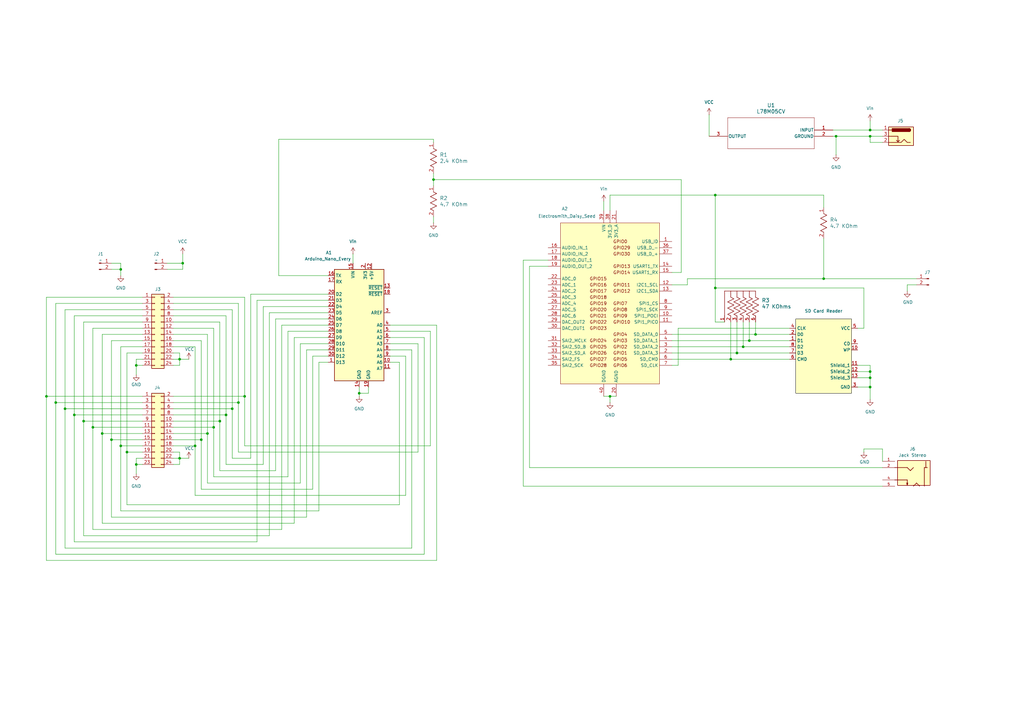
<source format=kicad_sch>
(kicad_sch (version 20231120) (generator "eeschema") (generator_version "8.0")
  (paper "A3")
  (title_block (title "MAGIC KEYS MAIN BOARD") (date "2024-12-24") (rev "V1"))
  (lib_symbols
    (symbol "2025-01-10_20-55-13:4606X-101-473LF" (pin_names (offset 0.254))
      (property "Reference" "R" (at 1.905 8.255 0))
      (property "Value" "4606X-101-473LF" (at 1.905 5.08 0))
      (symbol "4606X-101-473LF_0_1"
        (polyline (pts (xy 0 2.54) (xy 0 12.7)) (stroke (width 0.2032)))
        (polyline (pts (xy 0 12.7) (xy 12.7 12.7)) (stroke (width 0.2032)))
        (polyline (pts (xy 1.27 3.175) (xy 2.54 2.54)) (stroke (width 0.2032)))
        (polyline (pts (xy 1.27 5.715) (xy 3.81 4.445)) (stroke (width 0.2032)))
        (polyline (pts (xy 1.27 8.255) (xy 3.81 6.985)) (stroke (width 0.2032)))
        (polyline (pts (xy 2.54 10.16) (xy 3.81 9.525)) (stroke (width 0.2032)))
        (polyline (pts (xy 2.54 12.7) (xy 2.54 10.16)) (stroke (width 0.2032)))
        (polyline (pts (xy 3.81 3.175) (xy 5.08 2.54)) (stroke (width 0.2032)))
        (polyline (pts (xy 3.81 4.445) (xy 1.27 3.175)) (stroke (width 0.2032)))
        (polyline (pts (xy 3.81 5.715) (xy 6.35 4.445)) (stroke (width 0.2032)))
        (polyline (pts (xy 3.81 6.985) (xy 1.27 5.715)) (stroke (width 0.2032)))
        (polyline (pts (xy 3.81 8.255) (xy 6.35 6.985)) (stroke (width 0.2032)))
        (polyline (pts (xy 3.81 9.525) (xy 1.27 8.255)) (stroke (width 0.2032)))
        (polyline (pts (xy 5.08 10.16) (xy 6.35 9.525)) (stroke (width 0.2032)))
        (polyline (pts (xy 5.08 12.7) (xy 5.08 10.16)) (stroke (width 0.2032)))
        (polyline (pts (xy 6.35 3.175) (xy 7.62 2.54)) (stroke (width 0.2032)))
        (polyline (pts (xy 6.35 4.445) (xy 3.81 3.175)) (stroke (width 0.2032)))
        (polyline (pts (xy 6.35 5.715) (xy 8.89 4.445)) (stroke (width 0.2032)))
        (polyline (pts (xy 6.35 6.985) (xy 3.81 5.715)) (stroke (width 0.2032)))
        (polyline (pts (xy 6.35 8.255) (xy 8.89 6.985)) (stroke (width 0.2032)))
        (polyline (pts (xy 6.35 9.525) (xy 3.81 8.255)) (stroke (width 0.2032)))
        (polyline (pts (xy 7.62 10.16) (xy 8.89 9.525)) (stroke (width 0.2032)))
        (polyline (pts (xy 7.62 12.7) (xy 7.62 10.16)) (stroke (width 0.2032)))
        (polyline (pts (xy 8.89 3.175) (xy 10.16 2.54)) (stroke (width 0.2032)))
        (polyline (pts (xy 8.89 4.445) (xy 6.35 3.175)) (stroke (width 0.2032)))
        (polyline (pts (xy 8.89 5.715) (xy 11.43 4.445)) (stroke (width 0.2032)))
        (polyline (pts (xy 8.89 6.985) (xy 6.35 5.715)) (stroke (width 0.2032)))
        (polyline (pts (xy 8.89 8.255) (xy 11.43 6.985)) (stroke (width 0.2032)))
        (polyline (pts (xy 8.89 9.525) (xy 6.35 8.255)) (stroke (width 0.2032)))
        (polyline (pts (xy 10.16 10.16) (xy 11.43 9.525)) (stroke (width 0.2032)))
        (polyline (pts (xy 10.16 12.7) (xy 10.16 10.16)) (stroke (width 0.2032)))
        (polyline (pts (xy 11.43 3.175) (xy 12.7 2.54)) (stroke (width 0.2032)))
        (polyline (pts (xy 11.43 4.445) (xy 8.89 3.175)) (stroke (width 0.2032)))
        (polyline (pts (xy 11.43 5.715) (xy 13.97 4.445)) (stroke (width 0.2032)))
        (polyline (pts (xy 11.43 6.985) (xy 8.89 5.715)) (stroke (width 0.2032)))
        (polyline (pts (xy 11.43 8.255) (xy 13.97 6.985)) (stroke (width 0.2032)))
        (polyline (pts (xy 11.43 9.525) (xy 8.89 8.255)) (stroke (width 0.2032)))
        (polyline (pts (xy 12.7 10.16) (xy 13.97 9.525)) (stroke (width 0.2032)))
        (polyline (pts (xy 12.7 12.7) (xy 12.7 10.16)) (stroke (width 0.2032)))
        (polyline (pts (xy 13.97 4.445) (xy 11.43 3.175)) (stroke (width 0.2032)))
        (polyline (pts (xy 13.97 6.985) (xy 11.43 5.715)) (stroke (width 0.2032)))
        (polyline (pts (xy 13.97 9.525) (xy 11.43 8.255)) (stroke (width 0.2032)))
        (pin unspecified line (at 0 0 90) (length 2.54) (name "") (number "1"))
        (pin unspecified line (at 2.54 0 90) (length 2.54) (name "") (number "2"))
        (pin unspecified line (at 5.08 0 90) (length 2.54) (name "") (number "3"))
        (pin unspecified line (at 7.62 0 90) (length 2.54) (name "") (number "4"))
        (pin unspecified line (at 10.16 0 90) (length 2.54) (name "") (number "5"))
        (pin unspecified line (at 12.7 0 90) (length 2.54) (name "") (number "6"))
      )
    )
    (symbol "Connector:Conn_01x02_Pin" (pin_names (offset 1.016) hide)
      (property "Reference" "J" (at 0 2.54 0))
      (property "Value" "Conn_01x02_Pin" (at 0 -5.08 0))
      (symbol "Conn_01x02_Pin_1_1"
        (polyline (pts (xy 1.27 -2.54) (xy 0.8636 -2.54)) (stroke (width 0.1524)))
        (polyline (pts (xy 1.27 0) (xy 0.8636 0)) (stroke (width 0.1524)))
        (rectangle (start 0.8636 -2.413) (end 0 -2.667) (stroke (width 0.1524)) (fill (type outline)))
        (rectangle (start 0.8636 0.127) (end 0 -0.127) (stroke (width 0.1524)) (fill (type outline)))
        (pin passive line (at 5.08 0 180) (length 3.81) (name "Pin_1") (number "1"))
        (pin passive line (at 5.08 -2.54 180) (length 3.81) (name "Pin_2") (number "2"))
      )
    )
    (symbol "Connector_Generic:Conn_02x12_Odd_Even" (pin_names (offset 1.016) hide)
      (property "Reference" "J" (at 1.27 15.24 0))
      (property "Value" "Conn_02x12_Odd_Even" (at 1.27 -17.78 0))
      (symbol "Conn_02x12_Odd_Even_1_1"
        (rectangle (start -1.27 -15.113) (end 0 -15.367) (stroke (width 0.1524)))
        (rectangle (start -1.27 -12.573) (end 0 -12.827) (stroke (width 0.1524)))
        (rectangle (start -1.27 -10.033) (end 0 -10.287) (stroke (width 0.1524)))
        (rectangle (start -1.27 -7.493) (end 0 -7.747) (stroke (width 0.1524)))
        (rectangle (start -1.27 -4.953) (end 0 -5.207) (stroke (width 0.1524)))
        (rectangle (start -1.27 -2.413) (end 0 -2.667) (stroke (width 0.1524)))
        (rectangle (start -1.27 0.127) (end 0 -0.127) (stroke (width 0.1524)))
        (rectangle (start -1.27 2.667) (end 0 2.413) (stroke (width 0.1524)))
        (rectangle (start -1.27 5.207) (end 0 4.953) (stroke (width 0.1524)))
        (rectangle (start -1.27 7.747) (end 0 7.493) (stroke (width 0.1524)))
        (rectangle (start -1.27 10.287) (end 0 10.033) (stroke (width 0.1524)))
        (rectangle (start -1.27 12.827) (end 0 12.573) (stroke (width 0.1524)))
        (rectangle (start -1.27 13.97) (end 3.81 -16.51) (stroke (width 0.254)) (fill (type background)))
        (rectangle (start 3.81 -15.113) (end 2.54 -15.367) (stroke (width 0.1524)))
        (rectangle (start 3.81 -12.573) (end 2.54 -12.827) (stroke (width 0.1524)))
        (rectangle (start 3.81 -10.033) (end 2.54 -10.287) (stroke (width 0.1524)))
        (rectangle (start 3.81 -7.493) (end 2.54 -7.747) (stroke (width 0.1524)))
        (rectangle (start 3.81 -4.953) (end 2.54 -5.207) (stroke (width 0.1524)))
        (rectangle (start 3.81 -2.413) (end 2.54 -2.667) (stroke (width 0.1524)))
        (rectangle (start 3.81 0.127) (end 2.54 -0.127) (stroke (width 0.1524)))
        (rectangle (start 3.81 2.667) (end 2.54 2.413) (stroke (width 0.1524)))
        (rectangle (start 3.81 5.207) (end 2.54 4.953) (stroke (width 0.1524)))
        (rectangle (start 3.81 7.747) (end 2.54 7.493) (stroke (width 0.1524)))
        (rectangle (start 3.81 10.287) (end 2.54 10.033) (stroke (width 0.1524)))
        (rectangle (start 3.81 12.827) (end 2.54 12.573) (stroke (width 0.1524)))
        (pin passive line (at -5.08 12.7 0) (length 3.81) (name "Pin_1") (number "1"))
        (pin passive line (at 7.62 2.54 180) (length 3.81) (name "Pin_10") (number "10"))
        (pin passive line (at -5.08 0 0) (length 3.81) (name "Pin_11") (number "11"))
        (pin passive line (at 7.62 0 180) (length 3.81) (name "Pin_12") (number "12"))
        (pin passive line (at -5.08 -2.54 0) (length 3.81) (name "Pin_13") (number "13"))
        (pin passive line (at 7.62 -2.54 180) (length 3.81) (name "Pin_14") (number "14"))
        (pin passive line (at -5.08 -5.08 0) (length 3.81) (name "Pin_15") (number "15"))
        (pin passive line (at 7.62 -5.08 180) (length 3.81) (name "Pin_16") (number "16"))
        (pin passive line (at -5.08 -7.62 0) (length 3.81) (name "Pin_17") (number "17"))
        (pin passive line (at 7.62 -7.62 180) (length 3.81) (name "Pin_18") (number "18"))
        (pin passive line (at -5.08 -10.16 0) (length 3.81) (name "Pin_19") (number "19"))
        (pin passive line (at 7.62 12.7 180) (length 3.81) (name "Pin_2") (number "2"))
        (pin passive line (at 7.62 -10.16 180) (length 3.81) (name "Pin_20") (number "20"))
        (pin passive line (at -5.08 -12.7 0) (length 3.81) (name "Pin_21") (number "21"))
        (pin passive line (at 7.62 -12.7 180) (length 3.81) (name "Pin_22") (number "22"))
        (pin passive line (at -5.08 -15.24 0) (length 3.81) (name "Pin_23") (number "23"))
        (pin passive line (at 7.62 -15.24 180) (length 3.81) (name "Pin_24") (number "24"))
        (pin passive line (at -5.08 10.16 0) (length 3.81) (name "Pin_3") (number "3"))
        (pin passive line (at 7.62 10.16 180) (length 3.81) (name "Pin_4") (number "4"))
        (pin passive line (at -5.08 7.62 0) (length 3.81) (name "Pin_5") (number "5"))
        (pin passive line (at 7.62 7.62 180) (length 3.81) (name "Pin_6") (number "6"))
        (pin passive line (at -5.08 5.08 0) (length 3.81) (name "Pin_7") (number "7"))
        (pin passive line (at 7.62 5.08 180) (length 3.81) (name "Pin_8") (number "8"))
        (pin passive line (at -5.08 2.54 0) (length 3.81) (name "Pin_9") (number "9"))
      )
    )
    (symbol "MCU_Module:Arduino_Nano_Every"
      (property "Reference" "A1" (at -15.24 29.718 0))
      (property "Value" "Arduino_Nano_Every" (at -23.876 27.178 0))
      (symbol "Arduino_Nano_Every_0_1"
        (rectangle (start -10.16 22.86) (end 10.16 -22.86) (stroke (width 0.254)) (fill (type background)))
      )
      (symbol "Arduino_Nano_Every_1_1"
        (pin bidirectional line (at -12.7 -15.24 0) (length 2.54) (name "D13") (number "1"))
        (pin bidirectional line (at 12.7 -15.24 180) (length 2.54) (name "A6") (number "10"))
        (pin bidirectional line (at 12.7 -17.78 180) (length 2.54) (name "A7") (number "11"))
        (pin power_out line (at 5.08 25.4 270) (length 2.54) (name "+5V") (number "12"))
        (pin input line (at 12.7 15.24 180) (length 2.54) (name "~{RESET}") (number "13"))
        (pin power_in line (at 0 -25.4 90) (length 2.54) (name "GND") (number "14"))
        (pin power_in line (at -2.54 25.4 270) (length 2.54) (name "VIN") (number "15"))
        (pin bidirectional line (at -12.7 20.32 0) (length 2.54) (name "TX") (number "16"))
        (pin bidirectional line (at -12.7 17.78 0) (length 2.54) (name "RX") (number "17"))
        (pin input line (at 12.7 12.7 180) (length 2.54) (name "~{RESET}") (number "18"))
        (pin power_in line (at 3.81 -25.4 90) (length 2.54) (name "GND") (number "19"))
        (pin power_out line (at 2.54 25.4 270) (length 2.54) (name "3V3") (number "2"))
        (pin bidirectional line (at -12.7 12.7 0) (length 2.54) (name "D2") (number "20"))
        (pin bidirectional line (at -12.7 10.16 0) (length 2.54) (name "D3") (number "21"))
        (pin bidirectional line (at -12.7 7.62 0) (length 2.54) (name "D4") (number "22"))
        (pin bidirectional line (at -12.7 5.08 0) (length 2.54) (name "D5") (number "23"))
        (pin bidirectional line (at -12.7 2.54 0) (length 2.54) (name "D6") (number "24"))
        (pin bidirectional line (at -12.7 0 0) (length 2.54) (name "D7") (number "25"))
        (pin bidirectional line (at -12.7 -2.54 0) (length 2.54) (name "D8") (number "26"))
        (pin bidirectional line (at -12.7 -5.08 0) (length 2.54) (name "D9") (number "27"))
        (pin bidirectional line (at -12.7 -7.62 0) (length 2.54) (name "D10") (number "28"))
        (pin bidirectional line (at -12.7 -10.16 0) (length 2.54) (name "D11") (number "29"))
        (pin input line (at 12.7 5.08 180) (length 2.54) (name "AREF") (number "3"))
        (pin bidirectional line (at -12.7 -12.7 0) (length 2.54) (name "D12") (number "30"))
        (pin bidirectional line (at 12.7 0 180) (length 2.54) (name "A0") (number "4"))
        (pin bidirectional line (at 12.7 -2.54 180) (length 2.54) (name "A1") (number "5"))
        (pin bidirectional line (at 12.7 -5.08 180) (length 2.54) (name "A2") (number "6"))
        (pin bidirectional line (at 12.7 -7.62 180) (length 2.54) (name "A3") (number "7"))
        (pin bidirectional line (at 12.7 -10.16 180) (length 2.54) (name "A4") (number "8"))
        (pin bidirectional line (at 12.7 -12.7 180) (length 2.54) (name "A5") (number "9"))
      )
    )
    (symbol "MCU_Module:Electrosmith_Daisy_Seed_Rev4"
      (property "Reference" "A" (at -20.32 34.29 0))
      (property "Value" "Electrosmith_Daisy_Seed_Rev4" (at 33.02 34.29 0))
      (symbol "Electrosmith_Daisy_Seed_Rev4_0_0"
        (text "GPIO0" (at 1.27 25.4 0) (effects (font (size 1.27 1.27)) (justify left)))
        (text "GPIO1" (at 1.27 -20.32 0) (effects (font (size 1.27 1.27)) (justify left)))
        (text "GPIO10" (at 1.27 -7.62 0) (effects (font (size 1.27 1.27)) (justify left)))
        (text "GPIO11" (at 1.27 7.62 0) (effects (font (size 1.27 1.27)) (justify left)))
        (text "GPIO12" (at 1.27 5.08 0) (effects (font (size 1.27 1.27)) (justify left)))
        (text "GPIO13" (at 1.27 15.24 0) (effects (font (size 1.27 1.27)) (justify left)))
        (text "GPIO14" (at 1.27 12.7 0) (effects (font (size 1.27 1.27)) (justify left)))
        (text "GPIO15" (at -1.27 10.16 0) (effects (font (size 1.27 1.27)) (justify right)))
        (text "GPIO16" (at -1.27 7.62 0) (effects (font (size 1.27 1.27)) (justify right)))
        (text "GPIO17" (at -1.27 5.08 0) (effects (font (size 1.27 1.27)) (justify right)))
        (text "GPIO18" (at -1.27 2.54 0) (effects (font (size 1.27 1.27)) (justify right)))
        (text "GPIO19" (at -1.27 0 0) (effects (font (size 1.27 1.27)) (justify right)))
        (text "GPIO2" (at 1.27 -17.78 0) (effects (font (size 1.27 1.27)) (justify left)))
        (text "GPIO20" (at -1.27 -2.54 0) (effects (font (size 1.27 1.27)) (justify right)))
        (text "GPIO21" (at -1.27 -5.08 0) (effects (font (size 1.27 1.27)) (justify right)))
        (text "GPIO22" (at -1.27 -7.62 0) (effects (font (size 1.27 1.27)) (justify right)))
        (text "GPIO23" (at -1.27 -10.16 0) (effects (font (size 1.27 1.27)) (justify right)))
        (text "GPIO24" (at -1.27 -15.24 0) (effects (font (size 1.27 1.27)) (justify right)))
        (text "GPIO25" (at -1.27 -17.78 0) (effects (font (size 1.27 1.27)) (justify right)))
        (text "GPIO26" (at -1.27 -20.32 0) (effects (font (size 1.27 1.27)) (justify right)))
        (text "GPIO27" (at -1.27 -22.86 0) (effects (font (size 1.27 1.27)) (justify right)))
        (text "GPIO28" (at -1.27 -25.4 0) (effects (font (size 1.27 1.27)) (justify right)))
        (text "GPIO29" (at 1.27 22.86 0) (effects (font (size 1.27 1.27)) (justify left)))
        (text "GPIO3" (at 1.27 -15.24 0) (effects (font (size 1.27 1.27)) (justify left)))
        (text "GPIO30" (at 1.27 20.32 0) (effects (font (size 1.27 1.27)) (justify left)))
        (text "GPIO4" (at 1.27 -12.7 0) (effects (font (size 1.27 1.27)) (justify left)))
        (text "GPIO5" (at 1.27 -22.86 0) (effects (font (size 1.27 1.27)) (justify left)))
        (text "GPIO6" (at 1.27 -25.4 0) (effects (font (size 1.27 1.27)) (justify left)))
        (text "GPIO7" (at 1.27 0 0) (effects (font (size 1.27 1.27)) (justify left)))
        (text "GPIO8" (at 1.27 -2.54 0) (effects (font (size 1.27 1.27)) (justify left)))
        (text "GPIO9" (at 1.27 -5.08 0) (effects (font (size 1.27 1.27)) (justify left)))
        (pin bidirectional line (at 25.4 25.4 180) (length 5.08) (name "USB_ID") (number "1"))
        (pin bidirectional line (at 25.4 -5.08 180) (length 5.08) (name "SPI1_POCI") (number "10"))
        (pin bidirectional line (at 25.4 -7.62 180) (length 5.08) (name "SPI1_PICO") (number "11"))
        (pin bidirectional line (at 25.4 7.62 180) (length 5.08) (name "I2C1_SCL") (number "12"))
        (pin bidirectional line (at 25.4 5.08 180) (length 5.08) (name "I2C1_SDA") (number "13"))
        (pin bidirectional line (at 25.4 15.24 180) (length 5.08) (name "USART1_TX") (number "14"))
        (pin bidirectional line (at 25.4 12.7 180) (length 5.08) (name "USART1_RX") (number "15"))
        (pin input line (at -25.4 22.86 0) (length 5.08) (name "AUDIO_IN_1") (number "16"))
        (pin input line (at -25.4 20.32 0) (length 5.08) (name "AUDIO_IN_2") (number "17"))
        (pin output line (at -25.4 17.78 0) (length 5.08) (name "AUDIO_OUT_1") (number "18"))
        (pin output line (at -25.4 15.24 0) (length 5.08) (name "AUDIO_OUT_2") (number "19"))
        (pin bidirectional line (at 25.4 -20.32 180) (length 5.08) (name "SD_DATA_3") (number "2"))
        (pin power_in line (at 2.54 -38.1 90) (length 5.08) (name "AGND") (number "20"))
        (pin power_out line (at 2.54 38.1 270) (length 5.08) (name "3V3_A") (number "21"))
        (pin bidirectional line (at -25.4 10.16 0) (length 5.08) (name "ADC_0") (number "22"))
        (pin bidirectional line (at -25.4 7.62 0) (length 5.08) (name "ADC_1") (number "23"))
        (pin bidirectional line (at -25.4 5.08 0) (length 5.08) (name "ADC_2") (number "24"))
        (pin bidirectional line (at -25.4 2.54 0) (length 5.08) (name "ADC_3") (number "25"))
        (pin bidirectional line (at -25.4 0 0) (length 5.08) (name "ADC_4") (number "26"))
        (pin bidirectional line (at -25.4 -2.54 0) (length 5.08) (name "ADC_5") (number "27"))
        (pin bidirectional line (at -25.4 -5.08 0) (length 5.08) (name "ADC_6") (number "28"))
        (pin bidirectional line (at -25.4 -7.62 0) (length 5.08) (name "DAC_OUT2") (number "29"))
        (pin bidirectional line (at 25.4 -17.78 180) (length 5.08) (name "SD_DATA_2") (number "3"))
        (pin bidirectional line (at -25.4 -10.16 0) (length 5.08) (name "DAC_OUT1") (number "30"))
        (pin bidirectional line (at -25.4 -15.24 0) (length 5.08) (name "SAI2_MCLK") (number "31"))
        (pin bidirectional line (at -25.4 -17.78 0) (length 5.08) (name "SAI2_SD_B") (number "32"))
        (pin bidirectional line (at -25.4 -20.32 0) (length 5.08) (name "SAI2_SD_A") (number "33"))
        (pin bidirectional line (at -25.4 -22.86 0) (length 5.08) (name "SAI2_FS") (number "34"))
        (pin bidirectional line (at -25.4 -25.4 0) (length 5.08) (name "SAI2_SCK") (number "35"))
        (pin bidirectional line (at 25.4 22.86 180) (length 5.08) (name "USB_D_-") (number "36"))
        (pin bidirectional line (at 25.4 20.32 180) (length 5.08) (name "USB_D_+") (number "37"))
        (pin power_out line (at 0 38.1 270) (length 5.08) (name "3V3_D") (number "38"))
        (pin power_in line (at -2.54 38.1 270) (length 5.08) (name "VIN") (number "39"))
        (pin bidirectional line (at 25.4 -15.24 180) (length 5.08) (name "SD_DATA_1") (number "4"))
        (pin power_in line (at -2.54 -38.1 90) (length 5.08) (name "DGND") (number "40"))
        (pin bidirectional line (at 25.4 -12.7 180) (length 5.08) (name "SD_DATA_0") (number "5"))
        (pin bidirectional line (at 25.4 -22.86 180) (length 5.08) (name "SD_CMD") (number "6"))
        (pin bidirectional line (at 25.4 -25.4 180) (length 5.08) (name "SD_CLK") (number "7"))
        (pin bidirectional line (at 25.4 0 180) (length 5.08) (name "SPI1_CS") (number "8"))
        (pin bidirectional line (at 25.4 -2.54 180) (length 5.08) (name "SPI1_SCK") (number "9"))
      )
      (symbol "Electrosmith_Daisy_Seed_Rev4_0_1"
        (rectangle (start -20.32 33.02) (end 20.32 -33.02) (fill (type background)))
      )
    )
    (symbol "Piano_Library:Barrel_Jack_Switch_Pin2Ring" (pin_names hide)
      (property "Reference" "J" (at 0 5.334 0))
      (property "Value" "Barrel_Jack_Switch_Pin2Ring" (at 0 -5.08 0))
      (symbol "Barrel_Jack_Switch_Pin2Ring_0_1"
        (rectangle (start -5.08 3.81) (end 5.08 -3.81) (stroke (width 0.254)) (fill (type background)))
        (arc (start -3.302 3.175) (mid -3.9343 2.54) (end -3.302 1.905) (stroke (width 0.254)))
        (arc (start -3.302 3.175) (mid -3.9343 2.54) (end -3.302 1.905) (stroke (width 0.254)) (fill (type outline)))
        (polyline (pts (xy 1.27 -2.286) (xy 1.905 -1.651)) (stroke (width 0.254)))
        (polyline (pts (xy 5.08 2.54) (xy 3.81 2.54)) (stroke (width 0.254)))
        (polyline (pts (xy 5.08 0) (xy 1.27 0) (xy 1.27 -2.286) (xy 0.635 -1.651)) (stroke (width 0.254)))
        (polyline (pts (xy -3.81 -2.54) (xy -2.54 -2.54) (xy -1.27 -1.27) (xy 0 -2.54) (xy 2.54 -2.54) (xy 5.08 -2.54)) (stroke (width 0.254)))
        (rectangle (start 3.683 3.175) (end -3.302 1.905) (stroke (width 0.254)) (fill (type outline)))
      )
      (symbol "Barrel_Jack_Switch_Pin2Ring_1_1"
        (pin passive line (at 7.62 2.54 180) (length 2.54) (name "~") (number "1"))
        (pin passive line (at 7.62 -2.54 180) (length 2.54) (name "~") (number "2"))
        (pin passive line (at 7.62 0 180) (length 2.54) (name "~") (number "3"))
      )
    )
    (symbol "Piano_Library:CF14JT4K70" (pin_names (offset 0.254))
      (property "Reference" "R" (at 5.715 3.81 0))
      (property "Value" "CF14JT4K70" (at 6.35 -3.81 0))
      (symbol "CF14JT4K70_1_1"
        (polyline (pts (xy 2.54 0) (xy 3.175 1.27)) (stroke (width 0.2032)))
        (polyline (pts (xy 3.175 1.27) (xy 4.445 -1.27)) (stroke (width 0.2032)))
        (polyline (pts (xy 4.445 -1.27) (xy 5.715 1.27)) (stroke (width 0.2032)))
        (polyline (pts (xy 5.715 1.27) (xy 6.985 -1.27)) (stroke (width 0.2032)))
        (polyline (pts (xy 6.985 -1.27) (xy 8.255 1.27)) (stroke (width 0.2032)))
        (polyline (pts (xy 8.255 1.27) (xy 9.525 -1.27)) (stroke (width 0.2032)))
        (polyline (pts (xy 9.525 -1.27) (xy 10.16 0)) (stroke (width 0.2032)))
        (pin unspecified line (at 0 0 0) (length 2.54) (name "") (number "1"))
        (pin unspecified line (at 12.7 0 180) (length 2.54) (name "") (number "2"))
      )
      (symbol "CF14JT4K70_1_2"
        (polyline (pts (xy -1.27 3.175) (xy 1.27 4.445)) (stroke (width 0.2032)))
        (polyline (pts (xy -1.27 5.715) (xy 1.27 6.985)) (stroke (width 0.2032)))
        (polyline (pts (xy -1.27 8.255) (xy 1.27 9.525)) (stroke (width 0.2032)))
        (polyline (pts (xy 0 2.54) (xy -1.27 3.175)) (stroke (width 0.2032)))
        (polyline (pts (xy 1.27 4.445) (xy -1.27 5.715)) (stroke (width 0.2032)))
        (polyline (pts (xy 1.27 6.985) (xy -1.27 8.255)) (stroke (width 0.2032)))
        (polyline (pts (xy 1.27 9.525) (xy 0 10.16)) (stroke (width 0.2032)))
        (pin unspecified line (at 0 12.7 270) (length 2.54) (name "") (number "1"))
        (pin unspecified line (at 0 0 90) (length 2.54) (name "") (number "2"))
      )
    )
    (symbol "Piano_Library:L78M05CV" (pin_names (offset 0.254))
      (property "Reference" "U" (at 25.4 10.16 0))
      (property "Value" "L78M05CV" (at 25.4 7.62 0))
      (symbol "L78M05CV_0_1"
        (polyline (pts (xy 7.62 -7.62) (xy 43.18 -7.62)) (stroke (width 0.127)))
        (polyline (pts (xy 7.62 5.08) (xy 7.62 -7.62)) (stroke (width 0.127)))
        (polyline (pts (xy 43.18 -7.62) (xy 43.18 5.08)) (stroke (width 0.127)))
        (polyline (pts (xy 43.18 5.08) (xy 7.62 5.08)) (stroke (width 0.127)))
        (pin input line (at 0 0 0) (length 7.62) (name "INPUT") (number "1"))
        (pin power_out line (at 0 -2.54 0) (length 7.62) (name "GROUND") (number "2"))
        (pin output line (at 50.8 -2.54 180) (length 7.62) (name "OUTPUT") (number "3"))
      )
    )
    (symbol "Piano_Library:SD_CARD_READER_BREAKOUT_BOARD"
      (property "Value" "SD Card Reader" (at 0 17.78 0))
      (symbol "SD_CARD_READER_BREAKOUT_BOARD_0_1"
        (polyline (pts (xy -39.37 33.02) (xy -39.37 33.02)))
        (polyline (pts (xy 3.81 29.21) (xy 3.81 29.21)))
        (polyline (pts (xy 15.24 27.94) (xy 15.24 27.94)))
      )
      (symbol "SD_CARD_READER_BREAKOUT_BOARD_1_1"
        (rectangle (start -11.43 15.24) (end 11.43 -15.24) (stroke (width 0) (color 0 0 0 1)) (fill (type background)))
        (pin bidirectional line (at -13.97 6.35 0) (length 2.54) (name "D1") (number "1"))
        (pin output line (at 13.97 2.54 180) (length 2.54) (name "WP") (number "10"))
        (pin passive line (at 13.97 -3.81 180) (length 2.54) (name "Shield_1") (number "11"))
        (pin passive line (at 13.97 -6.35 180) (length 2.54) (name "Shield_2") (number "12"))
        (pin passive line (at 13.97 -8.89 180) (length 2.54) (name "Shield_3") (number "13"))
        (pin bidirectional line (at -13.97 8.89 0) (length 2.54) (name "D0") (number "2"))
        (pin power_in line (at 13.97 -12.7 180) (length 2.54) (name "GND") (number "3"))
        (pin input line (at -13.97 11.43 0) (length 2.54) (name "CLK") (number "4"))
        (pin power_in line (at 13.97 11.43 180) (length 2.54) (name "VCC") (number "5"))
        (pin input line (at -13.97 -1.27 0) (length 2.54) (name "CMD") (number "6"))
        (pin bidirectional line (at -13.97 1.27 0) (length 2.54) (name "D3") (number "7"))
        (pin bidirectional line (at -13.97 3.81 0) (length 2.54) (name "D2") (number "8"))
        (pin output line (at 13.97 5.08 180) (length 2.54) (name "CD") (number "9"))
      )
    )
    (symbol "Piano_Library:SJ3-35083C-TR" (pin_names (offset 1.016))
      (property "Reference" "J" (at -7.62 5.842 0))
      (property "Value" "SJ3-35083C-TR" (at -7.62 -7.62 0))
      (symbol "SJ3-35083C-TR_0_0"
        (rectangle (start -9.3732 -4.7487) (end 3.9618 5.4113) (stroke (width 0.254)) (fill (type background)))
        (polyline (pts (xy -8.255 2.54) (xy -7.62 2.54)) (stroke (width 0.254)))
        (polyline (pts (xy -7.62 2.54) (xy -6.985 2.54)) (stroke (width 0.254)))
        (polyline (pts (xy -7.62 5.08) (xy -7.62 2.54)) (stroke (width 0.254)))
        (polyline (pts (xy -6.985 2.54) (xy -6.985 -5.08)) (stroke (width 0.254)))
        (polyline (pts (xy -5.08 -5.08) (xy -3.81 -3.81)) (stroke (width 0.254)))
        (polyline (pts (xy -3.81 -3.81) (xy -2.54 -5.08)) (stroke (width 0.254)))
        (polyline (pts (xy -2.54 2.54) (xy -1.27 1.27)) (stroke (width 0.254)))
        (polyline (pts (xy -1.27 1.27) (xy 0 2.54)) (stroke (width 0.254)))
        (polyline (pts (xy 0 -2.54) (xy 0 -3.81)) (stroke (width 0.254)))
        (polyline (pts (xy 0 -2.54) (xy 5.08 -2.54)) (stroke (width 0.254)))
        (polyline (pts (xy 0 2.54) (xy 5.08 2.54)) (stroke (width 0.254)))
        (polyline (pts (xy 0 -4.826) (xy 0.254 -3.81) (xy -0.254 -3.81) (xy 0 -4.826)) (stroke (width 0.254)) (fill (type outline)))
        (pin passive line (at 10.16 5.08 180) (length 5.08) (name "~") (number "1"))
        (pin passive line (at 10.16 2.54 180) (length 5.08) (name "~") (number "2"))
        (pin passive line (at 10.16 -2.54 180) (length 5.08) (name "~") (number "4"))
        (pin passive line (at 10.16 -5.08 180) (length 5.08) (name "~") (number "5"))
      )
    )
    (symbol "power:GND" (power) (pin_numbers hide) (pin_names (offset 0) hide)
      (property "Value" "GND" (at 0 -3.81 0))
      (symbol "GND_0_1"
        (polyline (pts (xy 0 0) (xy 0 -1.27) (xy 1.27 -1.27) (xy 0 -2.54) (xy -1.27 -1.27) (xy 0 -1.27)))
      )
      (symbol "GND_1_1"
        (pin power_in line (at 0 0 270) (length 0) (name "~") (number "1"))
      )
    )
    (symbol "power:VCC" (power) (pin_numbers hide) (pin_names (offset 0) hide)
      (property "Value" "VCC" (at 0 3.556 0))
      (symbol "VCC_0_1"
        (polyline (pts (xy -0.762 1.27) (xy 0 2.54)))
        (polyline (pts (xy 0 0) (xy 0 2.54)))
        (polyline (pts (xy 0 2.54) (xy 0.762 1.27)))
      )
      (symbol "VCC_1_1"
        (pin power_in line (at 0 0 90) (length 0) (name "~") (number "1"))
      )
    )
    (symbol "power:VDD" (power) (pin_numbers hide) (pin_names (offset 0) hide)
      (property "Value" "VDD" (at 0 3.556 0))
      (symbol "VDD_0_1"
        (polyline (pts (xy -0.762 1.27) (xy 0 2.54)))
        (polyline (pts (xy 0 0) (xy 0 2.54)))
        (polyline (pts (xy 0 2.54) (xy 0.762 1.27)))
      )
      (symbol "VDD_1_1"
        (pin power_in line (at 0 0 90) (length 0) (name "~") (number "1"))
      )
    )
  )
  (junction (at 30.48 170.18))
  (junction (at 250.19 162.56))
  (junction (at 26.67 167.64))
  (junction (at 95.25 167.64))
  (junction (at 38.1 175.26))
  (junction (at 22.86 165.1))
  (junction (at 356.87 158.75))
  (junction (at 49.53 182.88))
  (junction (at 337.82 114.3))
  (junction (at 147.32 161.29))
  (junction (at 49.53 110.49))
  (junction (at 304.8 142.24))
  (junction (at 356.87 53.34))
  (junction (at 307.34 139.7))
  (junction (at 85.09 177.8))
  (junction (at 342.9 55.88))
  (junction (at 34.29 172.72))
  (junction (at 299.72 147.32))
  (junction (at 356.87 152.4))
  (junction (at 73.66 147.32))
  (junction (at 55.88 149.86))
  (junction (at 55.88 190.5))
  (junction (at 177.8 73.66))
  (junction (at 293.37 118.11))
  (junction (at 97.79 165.1))
  (junction (at 52.07 185.42))
  (junction (at 74.93 107.95))
  (junction (at 356.87 55.88))
  (junction (at 80.01 182.88))
  (junction (at 41.91 177.8))
  (junction (at 19.05 162.56))
  (junction (at 45.72 180.34))
  (junction (at 92.71 170.18))
  (junction (at 82.55 180.34))
  (junction (at 302.26 144.78))
  (junction (at 356.87 154.94))
  (junction (at 90.17 172.72))
  (junction (at 293.37 80.01))
  (junction (at 87.63 175.26))
  (junction (at 309.88 137.16))
  (junction (at 100.33 162.56))
  (junction (at 73.66 187.96))
  (wire (pts (xy 160.02 135.89) (xy 176.53 135.89)))
  (wire (pts (xy 351.79 158.75) (xy 356.87 158.75)))
  (wire (pts (xy 115.57 133.35) (xy 115.57 217.17)))
  (wire (pts (xy 128.27 200.66) (xy 82.55 200.66)))
  (wire (pts (xy 171.45 185.42) (xy 171.45 140.97)))
  (wire (pts (xy 293.37 132.08) (xy 297.18 132.08)))
  (wire (pts (xy 342.9 55.88) (xy 342.9 63.5)))
  (wire (pts (xy 302.26 132.08) (xy 302.26 144.78)))
  (wire (pts (xy 74.93 104.14) (xy 74.93 107.95)))
  (wire (pts (xy 22.86 165.1) (xy 58.42 165.1)))
  (wire (pts (xy 163.83 207.01) (xy 163.83 148.59)))
  (wire (pts (xy 134.62 135.89) (xy 118.11 135.89)))
  (wire (pts (xy 107.95 125.73) (xy 107.95 190.5)))
  (wire (pts (xy 49.53 182.88) (xy 58.42 182.88)))
  (wire (pts (xy 179.07 229.87) (xy 19.05 229.87)))
  (wire (pts (xy 361.95 189.23) (xy 361.95 184.15)))
  (wire (pts (xy 309.88 137.16) (xy 323.85 137.16)))
  (wire (pts (xy 173.99 138.43) (xy 173.99 227.33)))
  (wire (pts (xy 278.13 149.86) (xy 278.13 134.62)))
  (wire (pts (xy 177.8 88.9) (xy 177.8 91.44)))
  (wire (pts (xy 38.1 175.26) (xy 58.42 175.26)))
  (wire (pts (xy 342.9 55.88) (xy 356.87 55.88)))
  (wire (pts (xy 214.63 106.68) (xy 214.63 199.39)))
  (wire (pts (xy 356.87 55.88) (xy 361.95 55.88)))
  (wire (pts (xy 87.63 134.62) (xy 87.63 175.26)))
  (wire (pts (xy 250.19 162.56) (xy 250.19 165.1)))
  (wire (pts (xy 375.92 116.84) (xy 372.11 116.84)))
  (wire (pts (xy 304.8 142.24) (xy 323.85 142.24)))
  (wire (pts (xy 147.32 158.75) (xy 147.32 161.29)))
  (wire (pts (xy 38.1 175.26) (xy 38.1 217.17)))
  (wire (pts (xy 356.87 58.42) (xy 356.87 55.88)))
  (wire (pts (xy 134.62 125.73) (xy 107.95 125.73)))
  (wire (pts (xy 49.53 110.49) (xy 45.72 110.49)))
  (wire (pts (xy 351.79 154.94) (xy 356.87 154.94)))
  (wire (pts (xy 307.34 139.7) (xy 323.85 139.7)))
  (wire (pts (xy 58.42 187.96) (xy 55.88 187.96)))
  (wire (pts (xy 275.59 142.24) (xy 304.8 142.24)))
  (wire (pts (xy 73.66 149.86) (xy 73.66 147.32)))
  (wire (pts (xy 58.42 121.92) (xy 19.05 121.92)))
  (wire (pts (xy 179.07 133.35) (xy 179.07 229.87)))
  (wire (pts (xy 95.25 167.64) (xy 95.25 187.96)))
  (wire (pts (xy 49.53 142.24) (xy 49.53 182.88)))
  (wire (pts (xy 22.86 165.1) (xy 22.86 227.33)))
  (wire (pts (xy 95.25 127) (xy 95.25 167.64)))
  (wire (pts (xy 354.33 184.15) (xy 354.33 185.42)))
  (wire (pts (xy 71.12 172.72) (xy 90.17 172.72)))
  (wire (pts (xy 100.33 162.56) (xy 100.33 182.88)))
  (wire (pts (xy 19.05 121.92) (xy 19.05 162.56)))
  (wire (pts (xy 351.79 152.4) (xy 356.87 152.4)))
  (wire (pts (xy 58.42 142.24) (xy 49.53 142.24)))
  (wire (pts (xy 125.73 143.51) (xy 134.62 143.51)))
  (wire (pts (xy 102.87 187.96) (xy 95.25 187.96)))
  (wire (pts (xy 73.66 144.78) (xy 71.12 144.78)))
  (wire (pts (xy 87.63 175.26) (xy 71.12 175.26)))
  (wire (pts (xy 26.67 127) (xy 26.67 167.64)))
  (wire (pts (xy 80.01 182.88) (xy 71.12 182.88)))
  (wire (pts (xy 123.19 198.12) (xy 85.09 198.12)))
  (wire (pts (xy 55.88 187.96) (xy 55.88 190.5)))
  (wire (pts (xy 118.11 195.58) (xy 87.63 195.58)))
  (wire (pts (xy 354.33 118.11) (xy 354.33 134.62)))
  (wire (pts (xy 49.53 107.95) (xy 49.53 110.49)))
  (wire (pts (xy 128.27 146.05) (xy 134.62 146.05)))
  (wire (pts (xy 71.12 137.16) (xy 85.09 137.16)))
  (wire (pts (xy 85.09 177.8) (xy 85.09 198.12)))
  (wire (pts (xy 275.59 111.76) (xy 279.4 111.76)))
  (wire (pts (xy 351.79 134.62) (xy 354.33 134.62)))
  (wire (pts (xy 49.53 209.55) (xy 130.81 209.55)))
  (wire (pts (xy 71.12 165.1) (xy 97.79 165.1)))
  (wire (pts (xy 134.62 140.97) (xy 123.19 140.97)))
  (wire (pts (xy 41.91 137.16) (xy 58.42 137.16)))
  (wire (pts (xy 166.37 146.05) (xy 160.02 146.05)))
  (wire (pts (xy 372.11 116.84) (xy 372.11 119.38)))
  (wire (pts (xy 177.8 73.66) (xy 177.8 76.2)))
  (wire (pts (xy 151.13 158.75) (xy 151.13 161.29)))
  (wire (pts (xy 71.12 185.42) (xy 73.66 185.42)))
  (wire (pts (xy 214.63 199.39) (xy 361.95 199.39)))
  (wire (pts (xy 163.83 148.59) (xy 160.02 148.59)))
  (wire (pts (xy 73.66 187.96) (xy 77.47 187.96)))
  (wire (pts (xy 102.87 120.65) (xy 102.87 187.96)))
  (wire (pts (xy 71.12 134.62) (xy 87.63 134.62)))
  (wire (pts (xy 356.87 154.94) (xy 356.87 158.75)))
  (wire (pts (xy 361.95 184.15) (xy 354.33 184.15)))
  (wire (pts (xy 58.42 129.54) (xy 30.48 129.54)))
  (wire (pts (xy 118.11 135.89) (xy 118.11 195.58)))
  (wire (pts (xy 120.65 138.43) (xy 120.65 214.63)))
  (wire (pts (xy 71.12 129.54) (xy 92.71 129.54)))
  (wire (pts (xy 123.19 140.97) (xy 123.19 198.12)))
  (wire (pts (xy 125.73 212.09) (xy 45.72 212.09)))
  (wire (pts (xy 151.13 161.29) (xy 147.32 161.29)))
  (wire (pts (xy 107.95 190.5) (xy 92.71 190.5)))
  (wire (pts (xy 97.79 124.46) (xy 97.79 165.1)))
  (wire (pts (xy 290.83 46.99) (xy 290.83 55.88)))
  (wire (pts (xy 128.27 200.66) (xy 128.27 146.05)))
  (wire (pts (xy 71.12 121.92) (xy 100.33 121.92)))
  (wire (pts (xy 275.59 149.86) (xy 278.13 149.86)))
  (wire (pts (xy 49.53 209.55) (xy 49.53 182.88)))
  (wire (pts (xy 41.91 177.8) (xy 58.42 177.8)))
  (wire (pts (xy 82.55 180.34) (xy 71.12 180.34)))
  (wire (pts (xy 82.55 139.7) (xy 82.55 180.34)))
  (wire (pts (xy 55.88 149.86) (xy 55.88 153.67)))
  (wire (pts (xy 73.66 147.32) (xy 73.66 144.78)))
  (wire (pts (xy 166.37 203.2) (xy 166.37 146.05)))
  (wire (pts (xy 71.12 167.64) (xy 95.25 167.64)))
  (wire (pts (xy 171.45 140.97) (xy 160.02 140.97)))
  (wire (pts (xy 58.42 139.7) (xy 45.72 139.7)))
  (wire (pts (xy 92.71 170.18) (xy 71.12 170.18)))
  (wire (pts (xy 85.09 177.8) (xy 71.12 177.8)))
  (wire (pts (xy 224.79 109.22) (xy 217.17 109.22)))
  (wire (pts (xy 304.8 132.08) (xy 304.8 142.24)))
  (wire (pts (xy 160.02 133.35) (xy 179.07 133.35)))
  (wire (pts (xy 134.62 123.19) (xy 105.41 123.19)))
  (wire (pts (xy 38.1 134.62) (xy 38.1 175.26)))
  (wire (pts (xy 134.62 113.03) (xy 114.3 113.03)))
  (wire (pts (xy 337.82 80.01) (xy 337.82 85.09)))
  (wire (pts (xy 34.29 172.72) (xy 34.29 219.71)))
  (wire (pts (xy 113.03 193.04) (xy 90.17 193.04)))
  (wire (pts (xy 114.3 57.15) (xy 177.8 57.15)))
  (wire (pts (xy 144.78 104.14) (xy 144.78 107.95)))
  (wire (pts (xy 356.87 158.75) (xy 356.87 163.83)))
  (wire (pts (xy 341.63 55.88) (xy 342.9 55.88)))
  (wire (pts (xy 177.8 71.12) (xy 177.8 73.66)))
  (wire (pts (xy 177.8 57.15) (xy 177.8 58.42)))
  (wire (pts (xy 217.17 109.22) (xy 217.17 191.77)))
  (wire (pts (xy 82.55 200.66) (xy 82.55 180.34)))
  (wire (pts (xy 52.07 144.78) (xy 52.07 185.42)))
  (wire (pts (xy 177.8 73.66) (xy 279.4 73.66)))
  (wire (pts (xy 71.12 124.46) (xy 97.79 124.46)))
  (wire (pts (xy 247.65 82.55) (xy 247.65 86.36)))
  (wire (pts (xy 173.99 227.33) (xy 22.86 227.33)))
  (wire (pts (xy 134.62 120.65) (xy 102.87 120.65)))
  (wire (pts (xy 293.37 118.11) (xy 354.33 118.11)))
  (wire (pts (xy 71.12 149.86) (xy 73.66 149.86)))
  (wire (pts (xy 26.67 127) (xy 58.42 127)))
  (wire (pts (xy 356.87 53.34) (xy 361.95 53.34)))
  (wire (pts (xy 160.02 143.51) (xy 168.91 143.51)))
  (wire (pts (xy 71.12 132.08) (xy 90.17 132.08)))
  (wire (pts (xy 113.03 130.81) (xy 113.03 193.04)))
  (wire (pts (xy 279.4 111.76) (xy 279.4 73.66)))
  (wire (pts (xy 341.63 53.34) (xy 356.87 53.34)))
  (wire (pts (xy 34.29 132.08) (xy 34.29 172.72)))
  (wire (pts (xy 299.72 147.32) (xy 323.85 147.32)))
  (wire (pts (xy 356.87 58.42) (xy 361.95 58.42)))
  (wire (pts (xy 74.93 107.95) (xy 68.58 107.95)))
  (wire (pts (xy 58.42 134.62) (xy 38.1 134.62)))
  (wire (pts (xy 55.88 147.32) (xy 55.88 149.86)))
  (wire (pts (xy 307.34 132.08) (xy 307.34 139.7)))
  (wire (pts (xy 134.62 128.27) (xy 110.49 128.27)))
  (wire (pts (xy 77.47 147.32) (xy 73.66 147.32)))
  (wire (pts (xy 281.94 116.84) (xy 275.59 116.84)))
  (wire (pts (xy 45.72 180.34) (xy 58.42 180.34)))
  (wire (pts (xy 45.72 139.7) (xy 45.72 180.34)))
  (wire (pts (xy 168.91 143.51) (xy 168.91 224.79)))
  (wire (pts (xy 299.72 132.08) (xy 299.72 147.32)))
  (wire (pts (xy 250.19 80.01) (xy 250.19 86.36)))
  (wire (pts (xy 19.05 162.56) (xy 19.05 229.87)))
  (wire (pts (xy 41.91 137.16) (xy 41.91 177.8)))
  (wire (pts (xy 26.67 167.64) (xy 26.67 224.79)))
  (wire (pts (xy 337.82 114.3) (xy 281.94 114.3)))
  (wire (pts (xy 281.94 114.3) (xy 281.94 116.84)))
  (wire (pts (xy 100.33 162.56) (xy 71.12 162.56)))
  (wire (pts (xy 58.42 144.78) (xy 52.07 144.78)))
  (wire (pts (xy 55.88 190.5) (xy 58.42 190.5)))
  (wire (pts (xy 55.88 149.86) (xy 58.42 149.86)))
  (wire (pts (xy 92.71 170.18) (xy 92.71 190.5)))
  (wire (pts (xy 52.07 185.42) (xy 58.42 185.42)))
  (wire (pts (xy 45.72 212.09) (xy 45.72 180.34)))
  (wire (pts (xy 168.91 224.79) (xy 26.67 224.79)))
  (wire (pts (xy 34.29 172.72) (xy 58.42 172.72)))
  (wire (pts (xy 173.99 138.43) (xy 160.02 138.43)))
  (wire (pts (xy 26.67 167.64) (xy 58.42 167.64)))
  (wire (pts (xy 30.48 129.54) (xy 30.48 170.18)))
  (wire (pts (xy 52.07 207.01) (xy 52.07 185.42)))
  (wire (pts (xy 97.79 185.42) (xy 171.45 185.42)))
  (wire (pts (xy 115.57 217.17) (xy 38.1 217.17)))
  (wire (pts (xy 224.79 106.68) (xy 214.63 106.68)))
  (wire (pts (xy 22.86 124.46) (xy 22.86 165.1)))
  (wire (pts (xy 45.72 107.95) (xy 49.53 107.95)))
  (wire (pts (xy 130.81 209.55) (xy 130.81 148.59)))
  (wire (pts (xy 176.53 182.88) (xy 100.33 182.88)))
  (wire (pts (xy 250.19 80.01) (xy 293.37 80.01)))
  (wire (pts (xy 41.91 177.8) (xy 41.91 214.63)))
  (wire (pts (xy 55.88 190.5) (xy 55.88 194.31)))
  (wire (pts (xy 71.12 190.5) (xy 73.66 190.5)))
  (wire (pts (xy 105.41 123.19) (xy 105.41 222.25)))
  (wire (pts (xy 71.12 139.7) (xy 82.55 139.7)))
  (wire (pts (xy 110.49 219.71) (xy 34.29 219.71)))
  (wire (pts (xy 90.17 132.08) (xy 90.17 172.72)))
  (wire (pts (xy 278.13 134.62) (xy 323.85 134.62)))
  (wire (pts (xy 114.3 113.03) (xy 114.3 57.15)))
  (wire (pts (xy 73.66 187.96) (xy 73.66 190.5)))
  (wire (pts (xy 30.48 170.18) (xy 30.48 222.25)))
  (wire (pts (xy 87.63 175.26) (xy 87.63 195.58)))
  (wire (pts (xy 125.73 212.09) (xy 125.73 143.51)))
  (wire (pts (xy 58.42 132.08) (xy 34.29 132.08)))
  (wire (pts (xy 30.48 170.18) (xy 58.42 170.18)))
  (wire (pts (xy 134.62 138.43) (xy 120.65 138.43)))
  (wire (pts (xy 275.59 147.32) (xy 299.72 147.32)))
  (wire (pts (xy 71.12 187.96) (xy 73.66 187.96)))
  (wire (pts (xy 293.37 80.01) (xy 293.37 118.11)))
  (wire (pts (xy 49.53 113.03) (xy 49.53 110.49)))
  (wire (pts (xy 19.05 162.56) (xy 58.42 162.56)))
  (wire (pts (xy 275.59 139.7) (xy 307.34 139.7)))
  (wire (pts (xy 92.71 129.54) (xy 92.71 170.18)))
  (wire (pts (xy 351.79 149.86) (xy 356.87 149.86)))
  (wire (pts (xy 275.59 137.16) (xy 309.88 137.16)))
  (wire (pts (xy 80.01 142.24) (xy 80.01 182.88)))
  (wire (pts (xy 134.62 133.35) (xy 115.57 133.35)))
  (wire (pts (xy 309.88 132.08) (xy 309.88 137.16)))
  (wire (pts (xy 58.42 147.32) (xy 55.88 147.32)))
  (wire (pts (xy 100.33 121.92) (xy 100.33 162.56)))
  (wire (pts (xy 356.87 152.4) (xy 356.87 154.94)))
  (wire (pts (xy 80.01 203.2) (xy 166.37 203.2)))
  (wire (pts (xy 52.07 207.01) (xy 163.83 207.01)))
  (wire (pts (xy 74.93 110.49) (xy 74.93 107.95)))
  (wire (pts (xy 71.12 127) (xy 95.25 127)))
  (wire (pts (xy 356.87 149.86) (xy 356.87 152.4)))
  (wire (pts (xy 293.37 80.01) (xy 337.82 80.01)))
  (wire (pts (xy 247.65 162.56) (xy 250.19 162.56)))
  (wire (pts (xy 120.65 214.63) (xy 41.91 214.63)))
  (wire (pts (xy 73.66 185.42) (xy 73.66 187.96)))
  (wire (pts (xy 71.12 147.32) (xy 73.66 147.32)))
  (wire (pts (xy 68.58 110.49) (xy 74.93 110.49)))
  (wire (pts (xy 176.53 135.89) (xy 176.53 182.88)))
  (wire (pts (xy 134.62 130.81) (xy 113.03 130.81)))
  (wire (pts (xy 147.32 161.29) (xy 147.32 162.56)))
  (wire (pts (xy 97.79 165.1) (xy 97.79 185.42)))
  (wire (pts (xy 85.09 137.16) (xy 85.09 177.8)))
  (wire (pts (xy 130.81 148.59) (xy 134.62 148.59)))
  (wire (pts (xy 90.17 172.72) (xy 90.17 193.04)))
  (wire (pts (xy 105.41 222.25) (xy 30.48 222.25)))
  (wire (pts (xy 80.01 182.88) (xy 80.01 203.2)))
  (wire (pts (xy 110.49 128.27) (xy 110.49 219.71)))
  (wire (pts (xy 250.19 162.56) (xy 252.73 162.56)))
  (wire (pts (xy 302.26 144.78) (xy 323.85 144.78)))
  (wire (pts (xy 58.42 124.46) (xy 22.86 124.46)))
  (wire (pts (xy 337.82 97.79) (xy 337.82 114.3)))
  (wire (pts (xy 337.82 114.3) (xy 375.92 114.3)))
  (wire (pts (xy 356.87 49.53) (xy 356.87 53.34)))
  (wire (pts (xy 293.37 118.11) (xy 293.37 132.08)))
  (wire (pts (xy 217.17 191.77) (xy 361.95 191.77)))
  (wire (pts (xy 275.59 144.78) (xy 302.26 144.78)))
  (wire (pts (xy 71.12 142.24) (xy 80.01 142.24)))
  (symbol (lib_id "Piano_Library:Barrel_Jack_Switch_Pin2Ring") (at 369.57 55.88 0) (mirror y) (unit 1)
    (property "Reference" "J5" (at 369.316 49.53 0))
    (property "Value" "Barrel_Jack_Switch_Pin2Ring" (effects (hide yes)))
    (property "Footprint" "Piano_Library:G-1005B" (effects (hide yes)))
    (property "Description" "DC Barrel Jack with an internal switch" (effects (hide yes)))
  )
  (symbol (lib_id "2025-01-10_20-55-13:4606X-101-473LF") (at 297.18 132.08 0) (unit 1)
    (property "Reference" "R3" (at 312.42 123.1899 0) (effects (font (size 1.524 1.524)) (justify left)))
    (property "Value" "47 KOhms" (at 312.42 125.7299 0) (effects (font (size 1.524 1.524)) (justify left)))
    (property "Footprint" "Piano_Library:BO_4606X" (effects (hide yes)))
    (property "Datasheet" "4606X-101-473LF" (effects (hide yes)))
  )
  (symbol (lib_id "Connector_Generic:Conn_02x12_Odd_Even") (at 63.5 175.26 0) (unit 1)
    (property "Reference" "J4" (at 64.516 159.004 0))
    (property "Value" "Conn_02x12_Odd_Even" (effects (hide yes)))
    (property "Footprint" "Connector_PinHeader_2.54mm:PinHeader_2x12_P2.54mm_Vertical" (effects (hide yes)))
    (property "Description" "Generic connector, double row, 02x12, odd/even pin numbering scheme (row 1 odd numbers, row 2 even numbers), script generated (kicad-library-utils/schlib/autogen/connector/)" (effects (hide yes)))
  )
  (symbol (lib_id "Piano_Library:CF14JT4K70") (at 177.8 76.2 270) (unit 1)
    (property "Reference" "R2" (at 180.34 81.2799 90) (effects (font (size 1.524 1.524)) (justify left)))
    (property "Value" "4.7 KOhm" (at 180.34 83.8199 90) (effects (font (size 1.524 1.524)) (justify left)))
    (property "Footprint" "Piano_Library:STA_CF14_STP" (effects (hide yes)))
    (property "Datasheet" "CF14JT4K70" (effects (hide yes)))
  )
  (symbol (lib_id "power:GND") (at 342.9 63.5 0) (unit 1)
    (property "Reference" "#PWR013" (effects (hide yes)))
    (property "Value" "GND" (at 342.9 68.58 0))
    (property "Description" "Power symbol creates a global label with name \"GND\" , ground" (effects (hide yes)))
  )
  (symbol (lib_id "power:GND") (at 177.8 91.44 0) (mirror y) (unit 1)
    (property "Reference" "#PWR09" (effects (hide yes)))
    (property "Value" "GND" (at 177.8 96.52 0))
    (property "Description" "Power symbol creates a global label with name \"GND\" , ground" (effects (hide yes)))
  )
  (symbol (lib_id "power:GND") (at 356.87 163.83 0) (mirror y) (unit 1)
    (property "Reference" "#PWR016" (effects (hide yes)))
    (property "Value" "GND" (at 356.87 168.91 0))
    (property "Description" "Power symbol creates a global label with name \"GND\" , ground" (effects (hide yes)))
  )
  (symbol (lib_id "Connector:Conn_01x02_Pin") (at 40.64 107.95 0) (unit 1)
    (property "Reference" "J1" (at 41.275 104.14 0))
    (property "Value" "~" (at 41.275 106.68 0))
    (property "Footprint" "Connector_PinHeader_2.54mm:PinHeader_2x01_P2.54mm_Vertical" (effects (hide yes)))
    (property "Description" "Generic connector, single row, 01x02, script generated" (effects (hide yes)))
  )
  (symbol (lib_id "power:GND") (at 372.11 119.38 0) (mirror y) (unit 1)
    (property "Reference" "#PWR017" (effects (hide yes)))
    (property "Value" "GND" (at 372.364 123.952 0))
    (property "Description" "Power symbol creates a global label with name \"GND\" , ground" (effects (hide yes)))
  )
  (symbol (lib_id "Connector:Conn_01x02_Pin") (at 63.5 107.95 0) (unit 1)
    (property "Reference" "J2" (at 64.135 104.14 0))
    (property "Value" "~" (at 64.135 106.68 0))
    (property "Footprint" "Connector_PinHeader_2.54mm:PinHeader_2x01_P2.54mm_Vertical" (effects (hide yes)))
    (property "Description" "Generic connector, single row, 01x02, script generated" (effects (hide yes)))
  )
  (symbol (lib_id "power:VCC") (at 77.47 147.32 0) (unit 1)
    (property "Reference" "#PWR05" (effects (hide yes)))
    (property "Value" "VCC" (at 77.724 143.256 0))
    (property "Description" "Power symbol creates a global label with name \"VCC\"" (effects (hide yes)))
  )
  (symbol (lib_id "power:GND") (at 55.88 153.67 0) (mirror y) (unit 1)
    (property "Reference" "#PWR02" (effects (hide yes)))
    (property "Value" "GND" (at 55.88 157.734 0))
    (property "Description" "Power symbol creates a global label with name \"GND\" , ground" (effects (hide yes)))
  )
  (symbol (lib_id "Connector:Conn_01x02_Pin") (at 381 114.3 0) (mirror y) (unit 1)
    (property "Reference" "J7" (at 380.365 111.76 0))
    (property "Value" "Conn_01x02_Pin" (effects (hide yes)))
    (property "Footprint" "Connector_PinHeader_2.54mm:PinHeader_1x02_P2.54mm_Vertical" (effects (hide yes)))
    (property "Description" "Generic connector, single row, 01x02, script generated" (effects (hide yes)))
  )
  (symbol (lib_id "power:GND") (at 354.33 185.42 0) (mirror y) (unit 1)
    (property "Reference" "#PWR014" (effects (hide yes)))
    (property "Value" "GND" (at 354.584 189.484 0))
    (property "Description" "Power symbol creates a global label with name \"GND\" , ground" (effects (hide yes)))
  )
  (symbol (lib_id "power:VCC") (at 77.47 187.96 0) (unit 1)
    (property "Reference" "#PWR06" (effects (hide yes)))
    (property "Value" "VCC" (at 77.724 183.896 0))
    (property "Description" "Power symbol creates a global label with name \"VCC\"" (effects (hide yes)))
  )
  (symbol (lib_id "Piano_Library:SD_CARD_READER_BREAKOUT_BOARD") (at 337.82 146.05 0) (unit 1)
    (property "Reference" "SDCardReaderBreakoutBoard1" (effects (hide yes)))
    (property "Value" "SD Card Reader" (at 337.82 128.27 0) (effects (justify bottom)))
    (property "Footprint" "Piano_Library:SD_CARD_READER" (effects (hide yes)))
  )
  (symbol (lib_id "Piano_Library:CF14JT4K70") (at 177.8 58.42 270) (unit 1)
    (property "Reference" "R1" (at 180.34 63.4999 90) (effects (font (size 1.524 1.524)) (justify left)))
    (property "Value" "2.4 KOhm" (at 180.34 66.0399 90) (effects (font (size 1.524 1.524)) (justify left)))
    (property "Footprint" "Piano_Library:STA_CF14_STP" (effects (hide yes)))
    (property "Datasheet" "CF14JT4K70" (effects (hide yes)))
  )
  (symbol (lib_id "power:GND") (at 49.53 113.03 0) (unit 1)
    (property "Reference" "#PWR01" (effects (hide yes)))
    (property "Value" "GND" (at 49.53 118.11 0))
    (property "Description" "Power symbol creates a global label with name \"GND\" , ground" (effects (hide yes)))
  )
  (symbol (lib_id "Connector_Generic:Conn_02x12_Odd_Even") (at 63.5 134.62 0) (unit 1)
    (property "Reference" "J3" (at 64.77 118.618 0))
    (property "Value" "Conn_02x12_Odd_Even" (effects (hide yes)))
    (property "Footprint" "Connector_PinHeader_2.54mm:PinHeader_2x12_P2.54mm_Vertical" (effects (hide yes)))
    (property "Description" "Generic connector, double row, 02x12, odd/even pin numbering scheme (row 1 odd numbers, row 2 even numbers), script generated (kicad-library-utils/schlib/autogen/connector/)" (effects (hide yes)))
  )
  (symbol (lib_id "Piano_Library:SJ3-35083C-TR") (at 372.11 194.31 0) (mirror y) (unit 1)
    (property "Reference" "J6" (at 374.2566 184.15 0))
    (property "Value" "Jack Stereo" (at 374.2566 186.69 0))
    (property "Footprint" "Piano_Library:SAMESKY_SJ3-35083C-TR" (effects (hide yes)))
    (property "PARTREV" "1.01" (effects (hide yes)))
    (property "STANDARD" "Manufacturer Recommendations" (effects (hide yes)))
    (property "MAXIMUM_PACKAGE_HEIGHT" "5.3mm" (effects (hide yes)))
    (property "MANUFACTURER" "Same Sky" (effects (hide yes)))
  )
  (symbol (lib_id "power:GND") (at 250.19 165.1 0) (mirror y) (unit 1)
    (property "Reference" "#PWR011" (effects (hide yes)))
    (property "Value" "GND" (at 250.19 170.18 0))
    (property "Description" "Power symbol creates a global label with name \"GND\" , ground" (effects (hide yes)))
  )
  (symbol (lib_id "power:VCC") (at 290.83 46.99 0) (unit 1)
    (property "Reference" "#PWR012" (effects (hide yes)))
    (property "Value" "VCC" (at 290.83 41.91 0))
    (property "Description" "Power symbol creates a global label with name \"VCC\"" (effects (hide yes)))
  )
  (symbol (lib_id "Piano_Library:CF14JT4K70") (at 337.82 85.09 270) (unit 1)
    (property "Reference" "R4" (at 340.36 90.1699 90) (effects (font (size 1.524 1.524)) (justify left)))
    (property "Value" "4.7 KOhm" (at 340.36 92.7099 90) (effects (font (size 1.524 1.524)) (justify left)))
    (property "Footprint" "Piano_Library:STA_CF14_STP" (effects (hide yes)))
    (property "Datasheet" "CF14JT4K70" (effects (hide yes)))
  )
  (symbol (lib_id "power:VCC") (at 74.93 104.14 0) (unit 1)
    (property "Reference" "#PWR04" (effects (hide yes)))
    (property "Value" "VCC" (at 74.93 99.06 0))
    (property "Description" "Power symbol creates a global label with name \"VCC\"" (effects (hide yes)))
  )
  (symbol (lib_id "power:GND") (at 55.88 194.31 0) (mirror y) (unit 1)
    (property "Reference" "#PWR03" (effects (hide yes)))
    (property "Value" "GND" (at 55.88 199.39 0))
    (property "Description" "Power symbol creates a global label with name \"GND\" , ground" (effects (hide yes)))
  )
  (symbol (lib_id "power:GND") (at 147.32 162.56 0) (mirror y) (unit 1)
    (property "Reference" "#PWR08" (effects (hide yes)))
    (property "Value" "GND" (at 147.32 167.64 0))
    (property "Description" "Power symbol creates a global label with name \"GND\" , ground" (effects (hide yes)))
  )
  (symbol (lib_id "MCU_Module:Arduino_Nano_Every") (at 147.32 133.35 0) (unit 1)
    (property "Reference" "A1" (at 133.604 103.632 0) (effects (justify left)))
    (property "Value" "Arduino_Nano_Every" (at 124.968 106.172 0) (effects (justify left)))
    (property "Footprint" "Module:Arduino_Nano" (effects (hide yes)))
    (property "Datasheet" "https://docs.arduino.cc/resources/pinouts/ABX00028-full-pinout.pdf" (effects (hide yes)))
    (property "Description" "Arduino Nano Every" (effects (hide yes)))
  )
  (symbol (lib_id "power:VDD") (at 247.65 82.55 0) (unit 1)
    (property "Reference" "#PWR010" (effects (hide yes)))
    (property "Value" "Vin" (at 247.65 77.47 0))
    (property "Description" "Power symbol creates a global label with name \"VDD\"" (effects (hide yes)))
  )
  (symbol (lib_id "Piano_Library:L78M05CV") (at 341.63 53.34 0) (mirror y) (unit 1)
    (property "Reference" "U1" (at 316.23 43.18 0) (effects (font (size 1.524 1.524))))
    (property "Value" "L78M05CV" (at 316.23 45.72 0) (effects (font (size 1.524 1.524))))
    (property "Footprint" "Piano_Library:TO-220_STM" (effects (hide yes)))
    (property "Datasheet" "L78M05CV" (effects (hide yes)))
  )
  (symbol (lib_id "power:VDD") (at 144.78 104.14 0) (unit 1)
    (property "Reference" "#PWR07" (effects (hide yes)))
    (property "Value" "Vin" (at 144.78 99.06 0))
    (property "Description" "Power symbol creates a global label with name \"VDD\"" (effects (hide yes)))
  )
  (symbol (lib_id "power:VDD") (at 356.87 49.53 0) (unit 1)
    (property "Reference" "#PWR015" (effects (hide yes)))
    (property "Value" "Vin" (at 356.87 44.45 0))
    (property "Description" "Power symbol creates a global label with name \"VDD\"" (effects (hide yes)))
  )
  (symbol (lib_id "MCU_Module:Electrosmith_Daisy_Seed_Rev4") (at 250.19 124.46 0) (unit 1)
    (property "Reference" "A2" (at 230.378 85.598 0) (effects (justify left)))
    (property "Value" "Electrosmith_Daisy_Seed" (at 220.726 88.646 0) (effects (justify left)))
    (property "Footprint" "Module:Electrosmith_Daisy_Seed" (effects (hide yes)))
    (property "Datasheet" "https://static1.squarespace.com/static/58d03fdc1b10e3bf442567b8/t/6227e6236f02fb68d1577146/1646781988478/Daisy_Seed_datasheet_v1.0.3.pdf" (effects (hide yes)))
    (property "Description" "Daisy is an embedded platform for music." (effects (hide yes)))
  )
)
</source>
